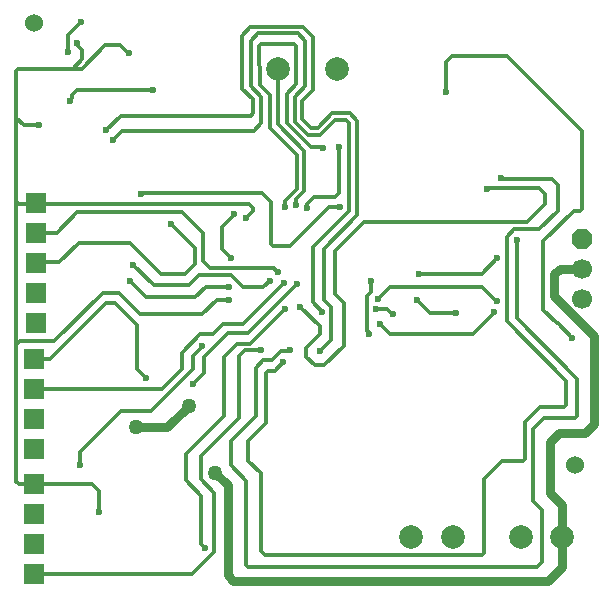
<source format=gbl>
G04*
G04 #@! TF.GenerationSoftware,Altium Limited,Altium Designer,21.1.1 (26)*
G04*
G04 Layer_Physical_Order=2*
G04 Layer_Color=16711680*
%FSLAX25Y25*%
%MOIN*%
G70*
G04*
G04 #@! TF.SameCoordinates,04740601-0AD8-466E-96FA-1E4AED34599A*
G04*
G04*
G04 #@! TF.FilePolarity,Positive*
G04*
G01*
G75*
%ADD64C,0.01181*%
%ADD67C,0.03150*%
%ADD68C,0.06000*%
%ADD69C,0.07874*%
%ADD70R,0.06693X0.06693*%
%ADD71C,0.06693*%
%ADD72P,0.07244X8X112.5*%
%ADD73C,0.02362*%
%ADD74C,0.05000*%
D64*
X669Y81636D02*
Y129676D01*
X866Y36026D02*
X1558Y35335D01*
X6555D01*
X669Y129676D02*
X1701Y128644D01*
X669Y36026D02*
Y81636D01*
X1900Y82867D01*
X74961Y57362D02*
Y77795D01*
X160547Y96339D02*
X160866D01*
X155940Y100945D02*
X160547Y96339D01*
X125125Y100945D02*
X155940D01*
X6555Y66831D02*
X49114D01*
X55866Y73583D01*
X40827Y73583D02*
Y88150D01*
Y73583D02*
X43780Y70630D01*
X3071Y155000D02*
X8228D01*
X669Y157402D02*
X3071Y155000D01*
X8228D02*
X8268Y154961D01*
X669Y129676D02*
Y157402D01*
Y173031D01*
X89004Y79695D02*
X91624D01*
X91850Y79921D01*
X85825Y76516D02*
X89004Y79695D01*
X138386Y92402D02*
X147244D01*
X134055Y96732D02*
X138386Y92402D01*
X66654Y12635D02*
Y32437D01*
X62283Y36807D02*
X66654Y32437D01*
X62283Y15276D02*
Y31299D01*
Y15276D02*
X63701Y13858D01*
X5807Y5335D02*
X59353D01*
X66654Y12635D01*
X63889Y101102D02*
X71452D01*
X71516Y101037D01*
X13330Y82867D02*
X29383Y98920D01*
X1900Y82867D02*
X13330D01*
X669Y173031D02*
X1361Y173723D01*
X19442D01*
X21412Y115709D02*
X38543D01*
X48933Y105319D02*
X56855D01*
X38543Y115709D02*
X48933Y105319D01*
X14877Y109173D02*
X21412Y115709D01*
X62756Y109567D02*
Y118898D01*
X55866Y125787D02*
X62756Y118898D01*
X21033Y125787D02*
X55866D01*
X14104Y118858D02*
X21033Y125787D01*
X7244Y109173D02*
X14562D01*
X7244Y108858D02*
X7559Y109173D01*
X7244Y118858D02*
X14104D01*
X56855Y105319D02*
X60197Y108661D01*
X156653Y12267D02*
Y37047D01*
X162441Y42835D02*
X169426D01*
X156653Y37047D02*
X162441Y42835D01*
X83583Y11575D02*
X155962D01*
X156653Y12267D01*
X57047Y36535D02*
X62283Y31299D01*
X176299Y93228D02*
Y116198D01*
X186382Y126280D01*
X188403D01*
X189094Y126972D01*
Y153110D01*
X107008Y131024D02*
X108110Y132126D01*
X99786Y131024D02*
X107008D01*
X97520Y128757D02*
X99786Y131024D01*
X108110Y132126D02*
Y147559D01*
X104803Y127520D02*
X108543D01*
X91772Y114488D02*
X104803Y127520D01*
X19236Y164866D02*
X21004Y166634D01*
X19236Y164008D02*
Y164866D01*
X18619Y163391D02*
X19236Y164008D01*
X18619Y163071D02*
Y163391D01*
X21004Y166634D02*
X46358D01*
X134912Y105385D02*
X155794D01*
X160982Y110573D01*
X164094Y89567D02*
Y117717D01*
Y89567D02*
X183937Y69724D01*
X164094Y117717D02*
X166496Y120118D01*
X121277Y97097D02*
X125125Y100945D01*
X143937Y166024D02*
Y175883D01*
X167441Y90591D02*
Y116496D01*
X187677Y58093D02*
Y70354D01*
X167441Y90591D02*
X187677Y70354D01*
X116378Y122559D02*
X170905D01*
X176890Y128543D01*
X106772Y112953D02*
X116378Y122559D01*
X174921Y120118D02*
X181181Y126378D01*
X166496Y120118D02*
X174921D01*
X181181Y126378D02*
Y134921D01*
X157520Y133819D02*
X174921D01*
X157441Y133740D02*
X157520Y133819D01*
X176890Y128543D02*
Y131850D01*
X174921Y133819D02*
X176890Y131850D01*
X106772Y98543D02*
Y112953D01*
Y98543D02*
X109843Y95472D01*
Y81361D02*
Y95472D01*
X103285Y74803D02*
X109843Y81361D01*
X100118Y74803D02*
X103285D01*
X99410Y95817D02*
X102620Y92606D01*
X101870Y79528D02*
X105573Y83230D01*
X99410Y95817D02*
Y114210D01*
X97323Y77598D02*
X100118Y74803D01*
X97323Y77598D02*
Y80669D01*
X101811Y85158D01*
X95315Y94370D02*
X101811Y87874D01*
Y85158D02*
Y87874D01*
X78465Y81850D02*
X90118Y93504D01*
X162205Y137441D02*
X162756Y136890D01*
X179213D01*
X181181Y134921D01*
X183245Y60905D02*
X183937Y61597D01*
Y69724D01*
X175157Y60905D02*
X183245D01*
X170118Y55866D02*
X175157Y60905D01*
X169426Y42835D02*
X170118Y43527D01*
Y55866D01*
X175906Y9134D02*
Y26575D01*
X174291Y7520D02*
X175906Y9134D01*
X172756Y29724D02*
X175906Y26575D01*
X82205Y12953D02*
Y38898D01*
Y12953D02*
X83583Y11575D01*
X77992Y43110D02*
Y49567D01*
Y43110D02*
X82205Y38898D01*
X77992Y49567D02*
X83976Y55551D01*
X84668Y72992D02*
X86811D01*
X83976Y72300D02*
X84668Y72992D01*
X83976Y55551D02*
Y72300D01*
X86811Y72992D02*
X89685Y75866D01*
X82815Y76516D02*
X85825D01*
X186985Y57402D02*
X187677Y58093D01*
X172756Y53622D02*
X176535Y57402D01*
X186985D01*
X77284Y8212D02*
Y36417D01*
X77975Y7520D02*
X174291D01*
X77284Y8212D02*
X77975Y7520D01*
X80394Y74094D02*
X82815Y76516D01*
X80394Y57874D02*
Y74094D01*
X72126Y49606D02*
X80394Y57874D01*
X62283Y44685D02*
X74961Y57362D01*
X62283Y36807D02*
Y44685D01*
X72126Y41575D02*
X77284Y36417D01*
X72126Y41575D02*
Y49606D01*
X172756Y29724D02*
Y53622D01*
X181247Y88781D02*
X185921Y84107D01*
X176299Y93228D02*
X180747Y88781D01*
X181247D01*
X164331Y177874D02*
X189094Y153110D01*
X145928Y177874D02*
X164331D01*
X143937Y175883D02*
X145928Y177874D01*
X57047Y36535D02*
Y45197D01*
X69882Y58031D01*
Y77559D01*
X74173Y81850D01*
X78465D01*
X76996Y79831D02*
X82217D01*
X74961Y77795D02*
X76996Y79831D01*
X82217D02*
X82243Y79804D01*
X71339Y85709D02*
X77913D01*
X94055Y101850D01*
X76181Y88504D02*
X89803Y102126D01*
X69567Y88504D02*
X76181D01*
X117638Y98039D02*
X118929Y99331D01*
X117638Y86386D02*
Y98039D01*
X118929Y99331D02*
Y102866D01*
X118937Y102874D01*
X117845Y85344D02*
X118071Y85118D01*
X117845Y85344D02*
Y86179D01*
X117638Y86386D02*
X117845Y86179D01*
X120591Y93504D02*
X124326D01*
X125848Y91982D01*
X126167D01*
X105573Y83230D02*
Y94132D01*
X103051Y96653D02*
X105573Y94132D01*
X103051Y96653D02*
Y113681D01*
X114370Y125000D01*
X73150Y125039D02*
Y125354D01*
X69095Y120984D02*
X73150Y125039D01*
X69095Y113450D02*
Y120984D01*
Y113450D02*
X72060Y110485D01*
X78329Y128743D02*
X79674Y127398D01*
X7360Y128743D02*
X78329D01*
X87476Y106063D02*
X87795D01*
X62756Y109567D02*
X65197Y107126D01*
X86413D01*
X87476Y106063D01*
X60197Y108661D02*
Y113898D01*
X52284Y121811D02*
X60197Y113898D01*
X58307Y101614D02*
X61509Y104816D01*
X72366D01*
X74528Y102655D01*
X77339Y123796D02*
Y124084D01*
X42244Y131968D02*
X42441Y132165D01*
X77339Y124084D02*
X79674Y126419D01*
X42441Y132165D02*
X82441D01*
X85433Y129173D01*
X39646Y108346D02*
X46378Y101614D01*
X58307D01*
X74528Y102655D02*
X76359Y100823D01*
X74528Y102655D02*
Y102655D01*
X60347Y97559D02*
X63889Y101102D01*
X85433Y115180D02*
Y129173D01*
X79674Y126419D02*
Y127398D01*
X86125Y114488D02*
X91772D01*
X85433Y115180D02*
X86125Y114488D01*
X99410Y114210D02*
X111496Y126297D01*
Y155529D01*
X110529Y156496D02*
X111496Y155529D01*
X90094Y127455D02*
X90320Y127681D01*
Y129690D01*
X97520Y127441D02*
Y128757D01*
Y127441D02*
X97638Y127323D01*
X102756Y147539D02*
X102854Y147441D01*
X98839Y147539D02*
X102756D01*
X95273Y131676D02*
Y131690D01*
X93801Y128151D02*
Y130204D01*
X95273Y131690D02*
X96614Y133031D01*
X93801Y130204D02*
X95273Y131676D01*
X90320Y129690D02*
X94173Y133543D01*
Y144843D01*
X159764Y92323D02*
Y92598D01*
X152795Y85354D02*
X159764Y92323D01*
X125344Y85354D02*
X152795D01*
X121982Y88716D02*
X125344Y85354D01*
X114370Y125000D02*
Y156398D01*
X111752Y159016D02*
X114370Y156398D01*
X30630Y95591D02*
X33386D01*
X6555Y76831D02*
X11870D01*
X30630Y95591D01*
X33386D02*
X40827Y88150D01*
X29383Y98920D02*
X34738D01*
X41824Y91833D01*
X62612D01*
X59685Y68543D02*
X63268Y72126D01*
Y77638D01*
X59488Y73543D02*
Y78110D01*
X62402Y81024D01*
X45551Y59606D02*
X59488Y73543D01*
X35512Y59606D02*
X45551D01*
X55866Y73583D02*
Y79094D01*
X62402Y81024D02*
Y81221D01*
X55866Y79094D02*
X62008Y85236D01*
X63268Y77638D02*
X71339Y85709D01*
X66299Y85236D02*
X69567Y88504D01*
X62008Y85236D02*
X66299D01*
X85158Y102992D02*
Y102992D01*
X82988Y100823D02*
X85158Y102992D01*
X76359Y100823D02*
X82988D01*
X21772Y45866D02*
X35512Y59606D01*
X62612Y91833D02*
X67415Y96636D01*
X1701Y128644D02*
X7030D01*
X20768Y182062D02*
X21358Y181472D01*
X7030Y128644D02*
X7244Y128858D01*
X30368Y181499D02*
X35289D01*
X19442Y173723D02*
X22592Y176873D01*
X37949Y178839D02*
X38189D01*
X35289Y181499D02*
X37949Y178839D01*
X21358Y181313D02*
X22592Y180079D01*
X7244Y128858D02*
X7360Y128743D01*
X21358Y181313D02*
Y181472D01*
X28110Y26024D02*
Y33067D01*
X19442Y173723D02*
X22592D01*
Y176873D02*
Y180079D01*
X25938Y35239D02*
X28110Y33067D01*
X67415Y96636D02*
X71282D01*
X28110Y26024D02*
X28255Y25879D01*
X71282Y96636D02*
X71378Y96732D01*
X6651Y35239D02*
X25938D01*
X20768Y182062D02*
Y182382D01*
X22592Y173723D02*
X30368Y181499D01*
X21772Y41732D02*
Y45866D01*
X96614Y133031D02*
Y146359D01*
X38641Y102908D02*
X43990Y97559D01*
X60347D01*
X30582Y153285D02*
X35407Y158110D01*
X30581Y153285D02*
X30582D01*
X32795Y149882D02*
X35922Y153008D01*
X79876D01*
X82323Y155456D01*
Y164213D01*
X78740Y167795D02*
Y183031D01*
Y167795D02*
X82323Y164213D01*
X81969Y181741D02*
X82315Y182087D01*
X81623Y180900D02*
Y181395D01*
X81969Y181741D01*
X81623Y180900D02*
X81737Y168361D01*
X82079Y168020D02*
X85236Y164862D01*
X82315Y182087D02*
X93304D01*
X81737Y168361D02*
X82079Y168020D01*
X85236Y153779D02*
Y164862D01*
X75906Y167106D02*
Y184764D01*
X79457Y158802D02*
Y163555D01*
X75906Y167106D02*
X79457Y163555D01*
X78765Y158110D02*
X79457Y158802D01*
X35407Y158110D02*
X78765D01*
X85236Y153779D02*
X94173Y144843D01*
X78740Y183031D02*
X81240Y185531D01*
X90787Y155591D02*
X98839Y147539D01*
X90787Y155591D02*
Y165394D01*
X93996Y168602D01*
X93386Y156024D02*
X97736Y151673D01*
X93386Y156024D02*
Y164252D01*
X96949Y167815D01*
X81240Y185531D02*
X94390D01*
X75906Y184764D02*
X78642Y187500D01*
X96358D01*
X87819Y155154D02*
X96614Y146359D01*
X101969Y151673D02*
X106791Y156496D01*
X97736Y151673D02*
X101969D01*
X98819Y154035D02*
X101043D01*
X95866Y156988D02*
X98819Y154035D01*
X101043D02*
X106024Y159016D01*
X87819Y155154D02*
Y173622D01*
X106791Y156496D02*
X110529D01*
X95866Y156988D02*
Y162992D01*
X106024Y159016D02*
X111752D01*
X95866Y162992D02*
X99508Y166634D01*
Y184350D01*
X96949Y167815D02*
Y182972D01*
X93996Y168602D02*
Y181395D01*
X93304Y182087D02*
X93996Y181395D01*
X94390Y185531D02*
X96949Y182972D01*
X96358Y187500D02*
X99508Y184350D01*
X17815Y179429D02*
X18012Y179232D01*
X17815Y179429D02*
Y185039D01*
X22047Y189272D01*
D67*
X73006Y2953D02*
X177756D01*
X67028Y38976D02*
X71161Y34843D01*
Y4798D02*
X73006Y2953D01*
X71161Y4798D02*
Y34843D01*
X182504Y7701D02*
Y17717D01*
X177756Y2953D02*
X182504Y7701D01*
Y17717D02*
Y28224D01*
X178445Y49213D02*
X181595Y52362D01*
X190183D01*
X178445Y32283D02*
Y49213D01*
X190183Y52362D02*
X193228Y55408D01*
X180020Y105242D02*
X181865Y107087D01*
X189370D01*
X180020Y97807D02*
Y105242D01*
Y97807D02*
X186842Y90984D01*
X186842D01*
X193228Y84598D01*
Y55408D02*
Y84598D01*
X51002Y54151D02*
X58150Y61300D01*
X40540Y54151D02*
X51002D01*
X178445Y32283D02*
X182504Y28224D01*
D68*
X6575Y188937D02*
D03*
X186811Y41614D02*
D03*
D69*
X146087Y17717D02*
D03*
X132307D02*
D03*
X168724D02*
D03*
X182504D02*
D03*
X87819Y173622D02*
D03*
X107504D02*
D03*
D70*
X7244Y98858D02*
D03*
X6555Y66831D02*
D03*
Y56831D02*
D03*
Y46831D02*
D03*
Y76831D02*
D03*
Y25335D02*
D03*
Y15335D02*
D03*
Y5335D02*
D03*
Y35335D02*
D03*
X7244Y88858D02*
D03*
Y128858D02*
D03*
Y118858D02*
D03*
Y108858D02*
D03*
D71*
X189370Y97087D02*
D03*
Y107087D02*
D03*
D72*
Y117087D02*
D03*
D73*
X85158Y102992D02*
D03*
X121277Y97097D02*
D03*
X82243Y79804D02*
D03*
X89685Y75866D02*
D03*
X77339Y123796D02*
D03*
X95315Y94370D02*
D03*
X62402Y81221D02*
D03*
X71516Y101037D02*
D03*
X101870Y79528D02*
D03*
X91850Y79921D02*
D03*
X90118Y93504D02*
D03*
X121982Y88716D02*
D03*
X102620Y92606D02*
D03*
X94055Y101850D02*
D03*
X120591Y93504D02*
D03*
X118937Y102874D02*
D03*
X89803Y102126D02*
D03*
X87795Y106063D02*
D03*
X108543Y127520D02*
D03*
X97638Y127323D02*
D03*
X93801Y128151D02*
D03*
X90094Y127455D02*
D03*
X160866Y96339D02*
D03*
X43780Y70630D02*
D03*
X8268Y154961D02*
D03*
X147244Y92402D02*
D03*
X63701Y13858D02*
D03*
X18619Y163071D02*
D03*
X160982Y110573D02*
D03*
X134912Y105385D02*
D03*
X134055Y96732D02*
D03*
X162205Y137441D02*
D03*
X167441Y116496D02*
D03*
X143937Y166024D02*
D03*
X157441Y133740D02*
D03*
X185921Y84107D02*
D03*
X71378Y96732D02*
D03*
X73150Y125354D02*
D03*
X72060Y110485D02*
D03*
X52284Y121811D02*
D03*
X39646Y108346D02*
D03*
X42244Y131968D02*
D03*
X102854Y147441D02*
D03*
X159764Y92598D02*
D03*
X118071Y85118D02*
D03*
X126167Y91982D02*
D03*
X108110Y147559D02*
D03*
X59685Y68543D02*
D03*
X21772Y41732D02*
D03*
X38641Y102908D02*
D03*
X30581Y153285D02*
D03*
X32835Y149843D02*
D03*
X46358Y166634D02*
D03*
X18012Y179232D02*
D03*
X20768Y182382D02*
D03*
X22047Y189272D02*
D03*
X38189Y178839D02*
D03*
X28255Y25879D02*
D03*
D74*
X67028Y38976D02*
D03*
X58150Y61300D02*
D03*
X40540Y54151D02*
D03*
M02*

</source>
